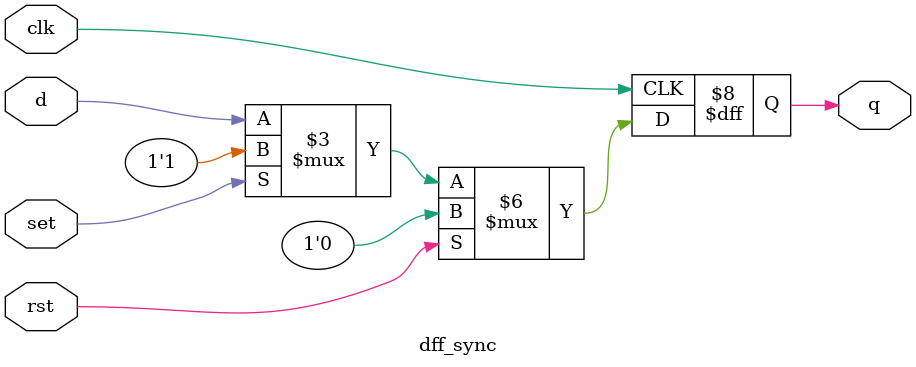
<source format=v>
module dff_sync (
    input wire clk,
    input wire d,
    input wire rst,    // synchronous reset
    input wire set,    // synchronous set
    output reg q
);
    always @(posedge clk) begin
        if (rst)
            q <= 1'b0;
        else if (set)
            q <= 1'b1;
        else
            q <= d;
    end
endmodule

</source>
